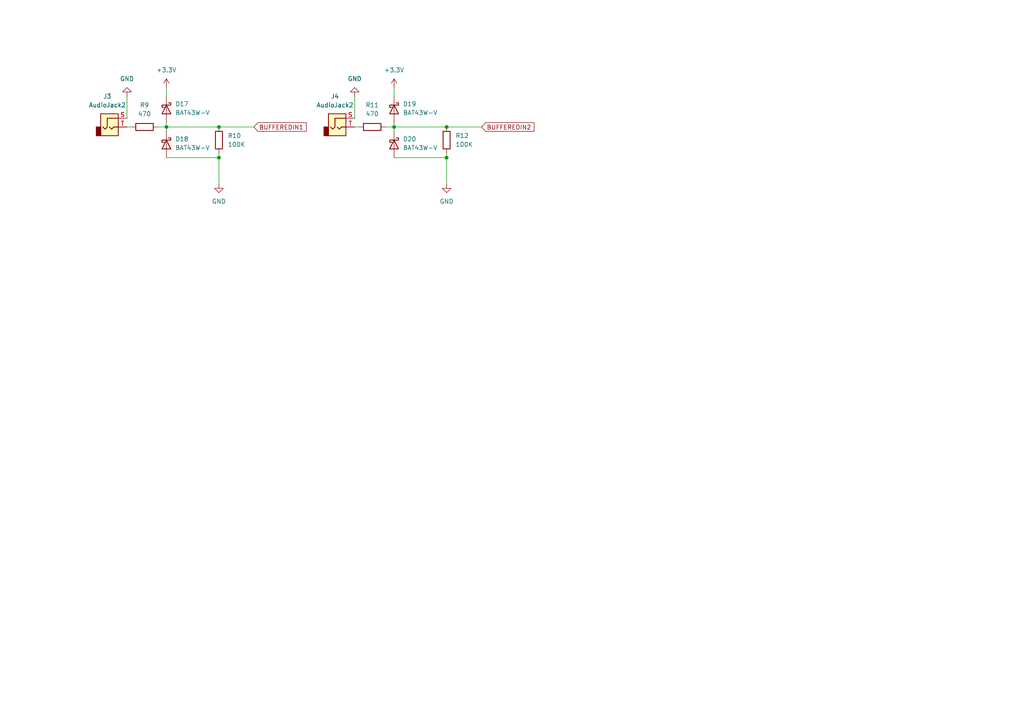
<source format=kicad_sch>
(kicad_sch (version 20211123) (generator eeschema)
  (paper "A4")
  (lib_symbols
    (symbol "Connector:AudioJack2"
      (property "Reference" "J" (at 0 8.89 0))
      (property "Value" "AudioJack2" (at 0 6.35 0))
      (symbol "AudioJack2_0_1"
        (rectangle (start -3.81 0) (end -2.54 -2.54) (stroke (width 0.254)) (fill (type outline)))
        (rectangle (start -2.54 3.81) (end 2.54 -2.54) (stroke (width 0.254)) (fill (type background)))
        (polyline (pts (xy 0 0) (xy 0.635 -0.635) (xy 1.27 0) (xy 2.54 0)) (stroke (width 0.254)))
        (polyline (pts (xy 2.54 2.54) (xy -0.635 2.54) (xy -0.635 0) (xy -1.27 -0.635) (xy -1.905 0)) (stroke (width 0.254)))
      )
      (symbol "AudioJack2_1_1"
        (pin passive line (at 5.08 2.54 180) (length 2.54) (name "~") (number "S"))
        (pin passive line (at 5.08 0 180) (length 2.54) (name "~") (number "T"))
      )
    )
    (symbol "Device:R" (pin_numbers hide) (pin_names (offset 0))
      (property "Reference" "R" (at 2.032 0 90))
      (property "Value" "R" (at 0 0 90))
      (symbol "R_0_1"
        (rectangle (start -1.016 -2.54) (end 1.016 2.54) (stroke (width 0.254)))
      )
      (symbol "R_1_1"
        (pin passive line (at 0 3.81 270) (length 1.27) (name "~") (number "1"))
        (pin passive line (at 0 -3.81 90) (length 1.27) (name "~") (number "2"))
      )
    )
    (symbol "Diode:BAT43W-V" (pin_numbers hide) (pin_names (offset 1.016) hide)
      (property "Reference" "D" (at 0 2.54 0))
      (property "Value" "BAT43W-V" (at 0 -2.54 0))
      (symbol "BAT43W-V_0_1"
        (polyline (pts (xy 1.27 0) (xy -1.27 0)))
        (polyline (pts (xy 1.27 1.27) (xy 1.27 -1.27) (xy -1.27 0) (xy 1.27 1.27)) (stroke (width 0.254)))
        (polyline (pts (xy -1.905 0.635) (xy -1.905 1.27) (xy -1.27 1.27) (xy -1.27 -1.27) (xy -0.635 -1.27) (xy -0.635 -0.635)) (stroke (width 0.254)))
      )
      (symbol "BAT43W-V_1_1"
        (pin passive line (at -3.81 0 0) (length 2.54) (name "K") (number "1"))
        (pin passive line (at 3.81 0 180) (length 2.54) (name "A") (number "2"))
      )
    )
    (symbol "power:+3.3V" (power) (pin_names (offset 0))
      (property "Value" "+3.3V" (at 0 3.556 0))
      (symbol "+3.3V_0_1"
        (polyline (pts (xy -0.762 1.27) (xy 0 2.54)))
        (polyline (pts (xy 0 0) (xy 0 2.54)))
        (polyline (pts (xy 0 2.54) (xy 0.762 1.27)))
      )
      (symbol "+3.3V_1_1"
        (pin power_in line (at 0 0 90) (length 0) hide (name "+3.3V") (number "1"))
      )
    )
    (symbol "power:GND" (power) (pin_names (offset 0))
      (property "Value" "GND" (at 0 -3.81 0))
      (symbol "GND_0_1"
        (polyline (pts (xy 0 0) (xy 0 -1.27) (xy 1.27 -1.27) (xy 0 -2.54) (xy -1.27 -1.27) (xy 0 -1.27)))
      )
      (symbol "GND_1_1"
        (pin power_in line (at 0 0 270) (length 0) hide (name "GND") (number "1"))
      )
    )
  )
  (junction (at 129.54 36.83))
  (junction (at 114.3 36.83))
  (junction (at 63.5 36.83))
  (junction (at 63.5 45.72))
  (junction (at 129.54 45.72))
  (junction (at 48.26 36.83))
  (wire (pts (xy 63.5 44.45) (xy 63.5 45.72)))
  (wire (pts (xy 111.76 36.83) (xy 114.3 36.83)))
  (wire (pts (xy 48.26 45.72) (xy 63.5 45.72)))
  (wire (pts (xy 48.26 36.83) (xy 48.26 38.1)))
  (wire (pts (xy 45.72 36.83) (xy 48.26 36.83)))
  (wire (pts (xy 114.3 25.4) (xy 114.3 27.94)))
  (wire (pts (xy 102.87 34.29) (xy 102.87 27.94)))
  (wire (pts (xy 129.54 36.83) (xy 139.7 36.83)))
  (wire (pts (xy 102.87 36.83) (xy 104.14 36.83)))
  (wire (pts (xy 36.83 36.83) (xy 38.1 36.83)))
  (wire (pts (xy 48.26 25.4) (xy 48.26 27.94)))
  (wire (pts (xy 129.54 44.45) (xy 129.54 45.72)))
  (wire (pts (xy 63.5 36.83) (xy 73.66 36.83)))
  (wire (pts (xy 48.26 35.56) (xy 48.26 36.83)))
  (wire (pts (xy 36.83 34.29) (xy 36.83 27.94)))
  (wire (pts (xy 48.26 36.83) (xy 63.5 36.83)))
  (wire (pts (xy 129.54 45.72) (xy 129.54 53.34)))
  (wire (pts (xy 114.3 36.83) (xy 129.54 36.83)))
  (wire (pts (xy 114.3 45.72) (xy 129.54 45.72)))
  (wire (pts (xy 114.3 36.83) (xy 114.3 38.1)))
  (wire (pts (xy 63.5 45.72) (xy 63.5 53.34)))
  (wire (pts (xy 114.3 35.56) (xy 114.3 36.83)))
  (global_label "BUFFEREDIN2" (shape input) (at 139.7 36.83 0) (property "Intersheet References" "${INTERSHEET_REFS}" (effects hide)))
  (global_label "BUFFEREDIN1" (shape input) (at 73.66 36.83 0) (property "Intersheet References" "${INTERSHEET_REFS}" (effects hide)))
  (symbol (lib_id "power:+3.3V") (at 48.26 25.4 0) (unit 1)
    (property "Reference" "#PWR0111" (effects hide))
    (property "Value" "+3.3V" (at 48.26 20.32 0))
  )
  (symbol (lib_id "Diode:BAT43W-V") (at 48.26 31.75 270) (unit 1)
    (property "Reference" "D17" (at 50.8 30.1624 90) (effects (justify left)))
    (property "Value" "BAT43W-V" (at 50.8 32.7024 90) (effects (justify left)))
    (property "Footprint" "Diode_SMD:D_SOD-123" (effects hide))
    (property "Datasheet" "http://www.vishay.com/docs/85660/bat42.pdf" (effects hide))
  )
  (symbol (lib_id "Connector:AudioJack2") (at 97.79 36.83 0) (unit 1)
    (property "Reference" "J4" (at 97.155 27.94 0))
    (property "Value" "AudioJack2" (at 97.155 30.48 0))
    (property "Footprint" "Connector_Audio:Jack_3.5mm_QingPu_WQP-PJ398SM_Vertical_CircularHoles" (effects hide))
  )
  (symbol (lib_id "power:GND") (at 129.54 53.34 0) (unit 1)
    (property "Reference" "#PWR0122" (effects hide))
    (property "Value" "GND" (at 129.54 58.42 0))
  )
  (symbol (lib_id "Diode:BAT43W-V") (at 48.26 41.91 270) (unit 1)
    (property "Reference" "D18" (at 50.8 40.3224 90) (effects (justify left)))
    (property "Value" "BAT43W-V" (at 50.8 42.8624 90) (effects (justify left)))
    (property "Footprint" "Diode_SMD:D_SOD-123" (effects hide))
    (property "Datasheet" "http://www.vishay.com/docs/85660/bat42.pdf" (effects hide))
  )
  (symbol (lib_id "power:GND") (at 102.87 27.94 180) (unit 1)
    (property "Reference" "#PWR0123" (effects hide))
    (property "Value" "GND" (at 102.87 22.86 0))
  )
  (symbol (lib_id "Device:R") (at 129.54 40.64 180) (unit 1)
    (property "Reference" "R12" (at 132.08 39.3699 0) (effects (justify right)))
    (property "Value" "100K" (at 132.08 41.9099 0) (effects (justify right)))
    (property "Footprint" "Capacitor_SMD:C_0402_1005Metric" (effects hide))
  )
  (symbol (lib_id "Diode:BAT43W-V") (at 114.3 41.91 270) (unit 1)
    (property "Reference" "D20" (at 116.84 40.3224 90) (effects (justify left)))
    (property "Value" "BAT43W-V" (at 116.84 42.8624 90) (effects (justify left)))
    (property "Footprint" "Diode_SMD:D_SOD-123" (effects hide))
    (property "Datasheet" "http://www.vishay.com/docs/85660/bat42.pdf" (effects hide))
  )
  (symbol (lib_id "power:GND") (at 36.83 27.94 180) (unit 1)
    (property "Reference" "#PWR0124" (effects hide))
    (property "Value" "GND" (at 36.83 22.86 0))
  )
  (symbol (lib_id "Device:R") (at 41.91 36.83 90) (unit 1)
    (property "Reference" "R9" (at 41.91 30.48 90))
    (property "Value" "470" (at 41.91 33.02 90))
    (property "Footprint" "Capacitor_SMD:C_0402_1005Metric" (effects hide))
  )
  (symbol (lib_id "Connector:AudioJack2") (at 31.75 36.83 0) (unit 1)
    (property "Reference" "J3" (at 31.115 27.94 0))
    (property "Value" "AudioJack2" (at 31.115 30.48 0))
    (property "Footprint" "Connector_Audio:Jack_3.5mm_QingPu_WQP-PJ398SM_Vertical_CircularHoles" (effects hide))
  )
  (symbol (lib_id "Device:R") (at 107.95 36.83 90) (unit 1)
    (property "Reference" "R11" (at 107.95 30.48 90))
    (property "Value" "470" (at 107.95 33.02 90))
    (property "Footprint" "Capacitor_SMD:C_0402_1005Metric" (effects hide))
  )
  (symbol (lib_id "power:GND") (at 63.5 53.34 0) (unit 1)
    (property "Reference" "#PWR0121" (effects hide))
    (property "Value" "GND" (at 63.5 58.42 0))
  )
  (symbol (lib_id "power:+3.3V") (at 114.3 25.4 0) (unit 1)
    (property "Reference" "#PWR0107" (effects hide))
    (property "Value" "+3.3V" (at 114.3 20.32 0))
  )
  (symbol (lib_id "Device:R") (at 63.5 40.64 180) (unit 1)
    (property "Reference" "R10" (at 66.04 39.3699 0) (effects (justify right)))
    (property "Value" "100K" (at 66.04 41.9099 0) (effects (justify right)))
    (property "Footprint" "Capacitor_SMD:C_0402_1005Metric" (effects hide))
  )
  (symbol (lib_id "Diode:BAT43W-V") (at 114.3 31.75 270) (unit 1)
    (property "Reference" "D19" (at 116.84 30.1624 90) (effects (justify left)))
    (property "Value" "BAT43W-V" (at 116.84 32.7024 90) (effects (justify left)))
    (property "Footprint" "Diode_SMD:D_SOD-123" (effects hide))
    (property "Datasheet" "http://www.vishay.com/docs/85660/bat42.pdf" (effects hide))
  )
)
</source>
